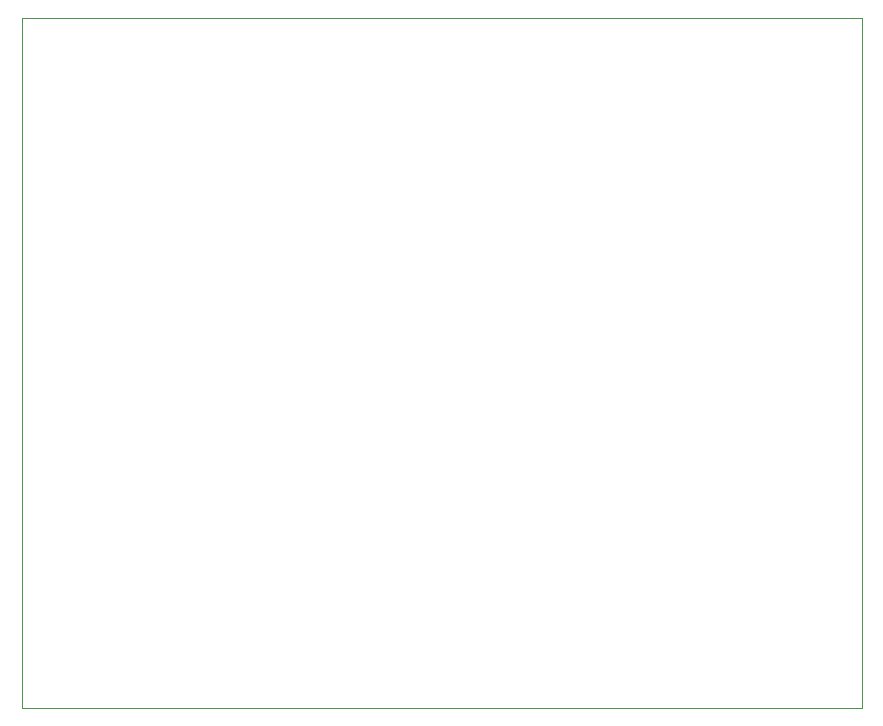
<source format=gbr>
%TF.GenerationSoftware,KiCad,Pcbnew,(6.0.4)*%
%TF.CreationDate,2022-12-09T13:12:30+01:00*%
%TF.ProjectId,SmartArtificialSoftTissue_Standard_v2,536d6172-7441-4727-9469-66696369616c,rev?*%
%TF.SameCoordinates,Original*%
%TF.FileFunction,Profile,NP*%
%FSLAX46Y46*%
G04 Gerber Fmt 4.6, Leading zero omitted, Abs format (unit mm)*
G04 Created by KiCad (PCBNEW (6.0.4)) date 2022-12-09 13:12:30*
%MOMM*%
%LPD*%
G01*
G04 APERTURE LIST*
%TA.AperFunction,Profile*%
%ADD10C,0.100000*%
%TD*%
G04 APERTURE END LIST*
D10*
X66800000Y-114300000D02*
X121920000Y-114300000D01*
X50800000Y-55880000D02*
X50800000Y-84600000D01*
X50800000Y-84600000D02*
X50800000Y-114300000D01*
X50800000Y-114300000D02*
X66800000Y-114300000D01*
X121920000Y-55880000D02*
X50800000Y-55880000D01*
X121920000Y-114300000D02*
X121920000Y-55880000D01*
M02*

</source>
